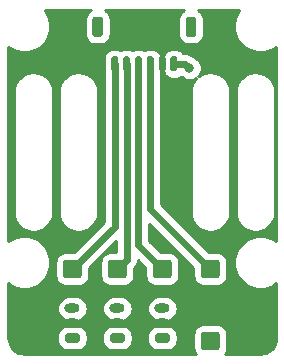
<source format=gbr>
%TF.GenerationSoftware,KiCad,Pcbnew,(5.1.9)-1*%
%TF.CreationDate,2022-05-31T00:47:07+01:00*%
%TF.ProjectId,board,626f6172-642e-46b6-9963-61645f706362,rev?*%
%TF.SameCoordinates,Original*%
%TF.FileFunction,Copper,L1,Top*%
%TF.FilePolarity,Positive*%
%FSLAX46Y46*%
G04 Gerber Fmt 4.6, Leading zero omitted, Abs format (unit mm)*
G04 Created by KiCad (PCBNEW (5.1.9)-1) date 2022-05-31 00:47:07*
%MOMM*%
%LPD*%
G01*
G04 APERTURE LIST*
%TA.AperFunction,ComponentPad*%
%ADD10O,1.300000X0.800000*%
%TD*%
%TA.AperFunction,ViaPad*%
%ADD11C,0.800000*%
%TD*%
%TA.AperFunction,Conductor*%
%ADD12C,0.600000*%
%TD*%
%TA.AperFunction,Conductor*%
%ADD13C,0.254000*%
%TD*%
%TA.AperFunction,Conductor*%
%ADD14C,0.100000*%
%TD*%
G04 APERTURE END LIST*
%TO.P,J13,1*%
%TO.N,Net-(J1-Pad6)*%
%TA.AperFunction,ComponentPad*%
G36*
G01*
X107480000Y-122386000D02*
X107480000Y-123486000D01*
G75*
G02*
X107230000Y-123736000I-250000J0D01*
G01*
X106130000Y-123736000D01*
G75*
G02*
X105880000Y-123486000I0J250000D01*
G01*
X105880000Y-122386000D01*
G75*
G02*
X106130000Y-122136000I250000J0D01*
G01*
X107230000Y-122136000D01*
G75*
G02*
X107480000Y-122386000I0J-250000D01*
G01*
G37*
%TD.AperFunction*%
%TD*%
%TO.P,J10,1*%
%TO.N,+BATT*%
%TA.AperFunction,ComponentPad*%
G36*
G01*
X117814000Y-125184000D02*
X118914000Y-125184000D01*
G75*
G02*
X119164000Y-125434000I0J-250000D01*
G01*
X119164000Y-126534000D01*
G75*
G02*
X118914000Y-126784000I-250000J0D01*
G01*
X117814000Y-126784000D01*
G75*
G02*
X117564000Y-126534000I0J250000D01*
G01*
X117564000Y-125434000D01*
G75*
G02*
X117814000Y-125184000I250000J0D01*
G01*
G37*
%TD.AperFunction*%
%TD*%
%TO.P,J9,1*%
%TO.N,Net-(J1-Pad3)*%
%TA.AperFunction,ComponentPad*%
G36*
G01*
X118914000Y-123736000D02*
X117814000Y-123736000D01*
G75*
G02*
X117564000Y-123486000I0J250000D01*
G01*
X117564000Y-122386000D01*
G75*
G02*
X117814000Y-122136000I250000J0D01*
G01*
X118914000Y-122136000D01*
G75*
G02*
X119164000Y-122386000I0J-250000D01*
G01*
X119164000Y-123486000D01*
G75*
G02*
X118914000Y-123736000I-250000J0D01*
G01*
G37*
%TD.AperFunction*%
%TD*%
%TO.P,J8,1*%
%TO.N,Net-(J1-Pad4)*%
%TA.AperFunction,ComponentPad*%
G36*
G01*
X113500000Y-123486000D02*
X113500000Y-122386000D01*
G75*
G02*
X113750000Y-122136000I250000J0D01*
G01*
X114850000Y-122136000D01*
G75*
G02*
X115100000Y-122386000I0J-250000D01*
G01*
X115100000Y-123486000D01*
G75*
G02*
X114850000Y-123736000I-250000J0D01*
G01*
X113750000Y-123736000D01*
G75*
G02*
X113500000Y-123486000I0J250000D01*
G01*
G37*
%TD.AperFunction*%
%TD*%
%TO.P,J7,1*%
%TO.N,Net-(J1-Pad5)*%
%TA.AperFunction,ComponentPad*%
G36*
G01*
X109690000Y-123486000D02*
X109690000Y-122386000D01*
G75*
G02*
X109940000Y-122136000I250000J0D01*
G01*
X111040000Y-122136000D01*
G75*
G02*
X111290000Y-122386000I0J-250000D01*
G01*
X111290000Y-123486000D01*
G75*
G02*
X111040000Y-123736000I-250000J0D01*
G01*
X109940000Y-123736000D01*
G75*
G02*
X109690000Y-123486000I0J250000D01*
G01*
G37*
%TD.AperFunction*%
%TD*%
%TO.P,J6,1*%
%TO.N,GND*%
%TA.AperFunction,ComponentPad*%
G36*
G01*
X117814000Y-128232000D02*
X118914000Y-128232000D01*
G75*
G02*
X119164000Y-128482000I0J-250000D01*
G01*
X119164000Y-129582000D01*
G75*
G02*
X118914000Y-129832000I-250000J0D01*
G01*
X117814000Y-129832000D01*
G75*
G02*
X117564000Y-129582000I0J250000D01*
G01*
X117564000Y-128482000D01*
G75*
G02*
X117814000Y-128232000I250000J0D01*
G01*
G37*
%TD.AperFunction*%
%TD*%
D10*
%TO.P,J4,3*%
%TO.N,Net-(J1-Pad4)*%
X114300000Y-126278000D03*
%TO.P,J4,2*%
%TO.N,+BATT*%
X114300000Y-127528000D03*
%TO.P,J4,1*%
%TO.N,GND*%
%TA.AperFunction,ComponentPad*%
G36*
G01*
X114750000Y-129178000D02*
X113850000Y-129178000D01*
G75*
G02*
X113650000Y-128978000I0J200000D01*
G01*
X113650000Y-128578000D01*
G75*
G02*
X113850000Y-128378000I200000J0D01*
G01*
X114750000Y-128378000D01*
G75*
G02*
X114950000Y-128578000I0J-200000D01*
G01*
X114950000Y-128978000D01*
G75*
G02*
X114750000Y-129178000I-200000J0D01*
G01*
G37*
%TD.AperFunction*%
%TD*%
%TO.P,J3,3*%
%TO.N,Net-(J1-Pad5)*%
X110490000Y-126278000D03*
%TO.P,J3,2*%
%TO.N,+BATT*%
X110490000Y-127528000D03*
%TO.P,J3,1*%
%TO.N,GND*%
%TA.AperFunction,ComponentPad*%
G36*
G01*
X110940000Y-129178000D02*
X110040000Y-129178000D01*
G75*
G02*
X109840000Y-128978000I0J200000D01*
G01*
X109840000Y-128578000D01*
G75*
G02*
X110040000Y-128378000I200000J0D01*
G01*
X110940000Y-128378000D01*
G75*
G02*
X111140000Y-128578000I0J-200000D01*
G01*
X111140000Y-128978000D01*
G75*
G02*
X110940000Y-129178000I-200000J0D01*
G01*
G37*
%TD.AperFunction*%
%TD*%
%TO.P,J2,3*%
%TO.N,Net-(J1-Pad6)*%
X106680000Y-126278000D03*
%TO.P,J2,2*%
%TO.N,+BATT*%
X106680000Y-127528000D03*
%TO.P,J2,1*%
%TO.N,GND*%
%TA.AperFunction,ComponentPad*%
G36*
G01*
X107130000Y-129178000D02*
X106230000Y-129178000D01*
G75*
G02*
X106030000Y-128978000I0J200000D01*
G01*
X106030000Y-128578000D01*
G75*
G02*
X106230000Y-128378000I200000J0D01*
G01*
X107130000Y-128378000D01*
G75*
G02*
X107330000Y-128578000I0J-200000D01*
G01*
X107330000Y-128978000D01*
G75*
G02*
X107130000Y-129178000I-200000J0D01*
G01*
G37*
%TD.AperFunction*%
%TD*%
%TO.P,J1,MP*%
%TO.N,N/C*%
%TA.AperFunction,SMDPad,CuDef*%
G36*
G01*
X109276000Y-101811000D02*
X109276000Y-103061000D01*
G75*
G02*
X109051000Y-103286000I-225000J0D01*
G01*
X108601000Y-103286000D01*
G75*
G02*
X108376000Y-103061000I0J225000D01*
G01*
X108376000Y-101811000D01*
G75*
G02*
X108601000Y-101586000I225000J0D01*
G01*
X109051000Y-101586000D01*
G75*
G02*
X109276000Y-101811000I0J-225000D01*
G01*
G37*
%TD.AperFunction*%
%TA.AperFunction,SMDPad,CuDef*%
G36*
G01*
X117176000Y-101811000D02*
X117176000Y-103061000D01*
G75*
G02*
X116951000Y-103286000I-225000J0D01*
G01*
X116501000Y-103286000D01*
G75*
G02*
X116276000Y-103061000I0J225000D01*
G01*
X116276000Y-101811000D01*
G75*
G02*
X116501000Y-101586000I225000J0D01*
G01*
X116951000Y-101586000D01*
G75*
G02*
X117176000Y-101811000I0J-225000D01*
G01*
G37*
%TD.AperFunction*%
%TO.P,J1,6*%
%TO.N,Net-(J1-Pad6)*%
%TA.AperFunction,SMDPad,CuDef*%
G36*
G01*
X110576000Y-105086000D02*
X110576000Y-106036000D01*
G75*
G02*
X110426000Y-106186000I-150000J0D01*
G01*
X110126000Y-106186000D01*
G75*
G02*
X109976000Y-106036000I0J150000D01*
G01*
X109976000Y-105086000D01*
G75*
G02*
X110126000Y-104936000I150000J0D01*
G01*
X110426000Y-104936000D01*
G75*
G02*
X110576000Y-105086000I0J-150000D01*
G01*
G37*
%TD.AperFunction*%
%TO.P,J1,5*%
%TO.N,Net-(J1-Pad5)*%
%TA.AperFunction,SMDPad,CuDef*%
G36*
G01*
X111576000Y-105086000D02*
X111576000Y-106036000D01*
G75*
G02*
X111426000Y-106186000I-150000J0D01*
G01*
X111126000Y-106186000D01*
G75*
G02*
X110976000Y-106036000I0J150000D01*
G01*
X110976000Y-105086000D01*
G75*
G02*
X111126000Y-104936000I150000J0D01*
G01*
X111426000Y-104936000D01*
G75*
G02*
X111576000Y-105086000I0J-150000D01*
G01*
G37*
%TD.AperFunction*%
%TO.P,J1,4*%
%TO.N,Net-(J1-Pad4)*%
%TA.AperFunction,SMDPad,CuDef*%
G36*
G01*
X112576000Y-105086000D02*
X112576000Y-106036000D01*
G75*
G02*
X112426000Y-106186000I-150000J0D01*
G01*
X112126000Y-106186000D01*
G75*
G02*
X111976000Y-106036000I0J150000D01*
G01*
X111976000Y-105086000D01*
G75*
G02*
X112126000Y-104936000I150000J0D01*
G01*
X112426000Y-104936000D01*
G75*
G02*
X112576000Y-105086000I0J-150000D01*
G01*
G37*
%TD.AperFunction*%
%TO.P,J1,3*%
%TO.N,Net-(J1-Pad3)*%
%TA.AperFunction,SMDPad,CuDef*%
G36*
G01*
X113576000Y-105086000D02*
X113576000Y-106036000D01*
G75*
G02*
X113426000Y-106186000I-150000J0D01*
G01*
X113126000Y-106186000D01*
G75*
G02*
X112976000Y-106036000I0J150000D01*
G01*
X112976000Y-105086000D01*
G75*
G02*
X113126000Y-104936000I150000J0D01*
G01*
X113426000Y-104936000D01*
G75*
G02*
X113576000Y-105086000I0J-150000D01*
G01*
G37*
%TD.AperFunction*%
%TO.P,J1,2*%
%TO.N,+BATT*%
%TA.AperFunction,SMDPad,CuDef*%
G36*
G01*
X114576000Y-105086000D02*
X114576000Y-106036000D01*
G75*
G02*
X114426000Y-106186000I-150000J0D01*
G01*
X114126000Y-106186000D01*
G75*
G02*
X113976000Y-106036000I0J150000D01*
G01*
X113976000Y-105086000D01*
G75*
G02*
X114126000Y-104936000I150000J0D01*
G01*
X114426000Y-104936000D01*
G75*
G02*
X114576000Y-105086000I0J-150000D01*
G01*
G37*
%TD.AperFunction*%
%TO.P,J1,1*%
%TO.N,GND*%
%TA.AperFunction,SMDPad,CuDef*%
G36*
G01*
X115576000Y-105086000D02*
X115576000Y-106036000D01*
G75*
G02*
X115426000Y-106186000I-150000J0D01*
G01*
X115126000Y-106186000D01*
G75*
G02*
X114976000Y-106036000I0J150000D01*
G01*
X114976000Y-105086000D01*
G75*
G02*
X115126000Y-104936000I150000J0D01*
G01*
X115426000Y-104936000D01*
G75*
G02*
X115576000Y-105086000I0J-150000D01*
G01*
G37*
%TD.AperFunction*%
%TD*%
D11*
%TO.N,GND*%
X116586000Y-105918000D03*
%TD*%
D12*
%TO.N,Net-(J1-Pad3)*%
X113276000Y-117848000D02*
X118364000Y-122936000D01*
X113276000Y-105561000D02*
X113276000Y-117848000D01*
%TO.N,GND*%
X116229000Y-105561000D02*
X116586000Y-105918000D01*
X115276000Y-105561000D02*
X116229000Y-105561000D01*
%TO.N,Net-(J1-Pad6)*%
X110276000Y-119340000D02*
X106680000Y-122936000D01*
X110276000Y-105561000D02*
X110276000Y-119340000D01*
%TO.N,Net-(J1-Pad5)*%
X111276000Y-122150000D02*
X110490000Y-122936000D01*
X111276000Y-105561000D02*
X111276000Y-122150000D01*
%TO.N,Net-(J1-Pad4)*%
X112276000Y-120912000D02*
X114300000Y-122936000D01*
X112276000Y-105561000D02*
X112276000Y-120912000D01*
%TD*%
D13*
%TO.N,+BATT*%
X108121503Y-101093382D02*
X107990716Y-101200716D01*
X107883382Y-101331503D01*
X107803625Y-101480717D01*
X107754512Y-101642623D01*
X107737928Y-101811000D01*
X107737928Y-103061000D01*
X107754512Y-103229377D01*
X107803625Y-103391283D01*
X107883382Y-103540497D01*
X107990716Y-103671284D01*
X108121503Y-103778618D01*
X108270717Y-103858375D01*
X108432623Y-103907488D01*
X108601000Y-103924072D01*
X109051000Y-103924072D01*
X109219377Y-103907488D01*
X109381283Y-103858375D01*
X109530497Y-103778618D01*
X109661284Y-103671284D01*
X109768618Y-103540497D01*
X109848375Y-103391283D01*
X109897488Y-103229377D01*
X109914072Y-103061000D01*
X109914072Y-101811000D01*
X109897488Y-101642623D01*
X109848375Y-101480717D01*
X109768618Y-101331503D01*
X109661284Y-101200716D01*
X109530497Y-101093382D01*
X109423143Y-101036000D01*
X116128857Y-101036000D01*
X116021503Y-101093382D01*
X115890716Y-101200716D01*
X115783382Y-101331503D01*
X115703625Y-101480717D01*
X115654512Y-101642623D01*
X115637928Y-101811000D01*
X115637928Y-103061000D01*
X115654512Y-103229377D01*
X115703625Y-103391283D01*
X115783382Y-103540497D01*
X115890716Y-103671284D01*
X116021503Y-103778618D01*
X116170717Y-103858375D01*
X116332623Y-103907488D01*
X116501000Y-103924072D01*
X116951000Y-103924072D01*
X117119377Y-103907488D01*
X117281283Y-103858375D01*
X117430497Y-103778618D01*
X117561284Y-103671284D01*
X117668618Y-103540497D01*
X117748375Y-103391283D01*
X117797488Y-103229377D01*
X117814072Y-103061000D01*
X117814072Y-101811000D01*
X117797488Y-101642623D01*
X117748375Y-101480717D01*
X117668618Y-101331503D01*
X117561284Y-101200716D01*
X117430497Y-101093382D01*
X117323143Y-101036000D01*
X120812969Y-101036000D01*
X120622458Y-101321120D01*
X120454582Y-101726408D01*
X120369000Y-102156660D01*
X120369000Y-102595340D01*
X120454582Y-103025592D01*
X120622458Y-103430880D01*
X120866176Y-103795630D01*
X121176370Y-104105824D01*
X121541120Y-104349542D01*
X121946408Y-104517418D01*
X122376660Y-104603000D01*
X122815340Y-104603000D01*
X123245592Y-104517418D01*
X123650880Y-104349542D01*
X123936271Y-104158850D01*
X123938761Y-120594814D01*
X123650880Y-120402458D01*
X123245592Y-120234582D01*
X122815340Y-120149000D01*
X122376660Y-120149000D01*
X121946408Y-120234582D01*
X121541120Y-120402458D01*
X121176370Y-120646176D01*
X120866176Y-120956370D01*
X120622458Y-121321120D01*
X120454582Y-121726408D01*
X120369000Y-122156660D01*
X120369000Y-122595340D01*
X120454582Y-123025592D01*
X120622458Y-123430880D01*
X120866176Y-123795630D01*
X121176370Y-124105824D01*
X121541120Y-124349542D01*
X121946408Y-124517418D01*
X122376660Y-124603000D01*
X122815340Y-124603000D01*
X123245592Y-124517418D01*
X123650880Y-124349542D01*
X123939300Y-124156826D01*
X123939995Y-128745770D01*
X123911375Y-129037660D01*
X123835965Y-129287429D01*
X123713477Y-129517794D01*
X123548579Y-129719979D01*
X123347546Y-129886288D01*
X123118046Y-130010378D01*
X122868805Y-130087531D01*
X122578911Y-130118000D01*
X119617433Y-130118000D01*
X119652405Y-130075386D01*
X119734472Y-129921850D01*
X119785008Y-129755254D01*
X119802072Y-129582000D01*
X119802072Y-128482000D01*
X119785008Y-128308746D01*
X119734472Y-128142150D01*
X119652405Y-127988614D01*
X119541962Y-127854038D01*
X119407386Y-127743595D01*
X119253850Y-127661528D01*
X119087254Y-127610992D01*
X118914000Y-127593928D01*
X117814000Y-127593928D01*
X117640746Y-127610992D01*
X117474150Y-127661528D01*
X117320614Y-127743595D01*
X117186038Y-127854038D01*
X117075595Y-127988614D01*
X116993528Y-128142150D01*
X116942992Y-128308746D01*
X116925928Y-128482000D01*
X116925928Y-129582000D01*
X116942992Y-129755254D01*
X116993528Y-129921850D01*
X117075595Y-130075386D01*
X117110567Y-130118000D01*
X102628279Y-130118000D01*
X102336340Y-130089375D01*
X102086571Y-130013965D01*
X101856206Y-129891477D01*
X101654021Y-129726579D01*
X101487712Y-129525546D01*
X101363622Y-129296046D01*
X101286469Y-129046805D01*
X101256000Y-128756911D01*
X101256000Y-128578000D01*
X105391928Y-128578000D01*
X105391928Y-128978000D01*
X105408031Y-129141500D01*
X105455722Y-129298716D01*
X105533169Y-129443608D01*
X105637394Y-129570606D01*
X105764392Y-129674831D01*
X105909284Y-129752278D01*
X106066500Y-129799969D01*
X106230000Y-129816072D01*
X107130000Y-129816072D01*
X107293500Y-129799969D01*
X107450716Y-129752278D01*
X107595608Y-129674831D01*
X107722606Y-129570606D01*
X107826831Y-129443608D01*
X107904278Y-129298716D01*
X107951969Y-129141500D01*
X107968072Y-128978000D01*
X107968072Y-128578000D01*
X109201928Y-128578000D01*
X109201928Y-128978000D01*
X109218031Y-129141500D01*
X109265722Y-129298716D01*
X109343169Y-129443608D01*
X109447394Y-129570606D01*
X109574392Y-129674831D01*
X109719284Y-129752278D01*
X109876500Y-129799969D01*
X110040000Y-129816072D01*
X110940000Y-129816072D01*
X111103500Y-129799969D01*
X111260716Y-129752278D01*
X111405608Y-129674831D01*
X111532606Y-129570606D01*
X111636831Y-129443608D01*
X111714278Y-129298716D01*
X111761969Y-129141500D01*
X111778072Y-128978000D01*
X111778072Y-128578000D01*
X113011928Y-128578000D01*
X113011928Y-128978000D01*
X113028031Y-129141500D01*
X113075722Y-129298716D01*
X113153169Y-129443608D01*
X113257394Y-129570606D01*
X113384392Y-129674831D01*
X113529284Y-129752278D01*
X113686500Y-129799969D01*
X113850000Y-129816072D01*
X114750000Y-129816072D01*
X114913500Y-129799969D01*
X115070716Y-129752278D01*
X115215608Y-129674831D01*
X115342606Y-129570606D01*
X115446831Y-129443608D01*
X115524278Y-129298716D01*
X115571969Y-129141500D01*
X115588072Y-128978000D01*
X115588072Y-128578000D01*
X115571969Y-128414500D01*
X115524278Y-128257284D01*
X115446831Y-128112392D01*
X115342606Y-127985394D01*
X115215608Y-127881169D01*
X115070716Y-127803722D01*
X114913500Y-127756031D01*
X114750000Y-127739928D01*
X113850000Y-127739928D01*
X113686500Y-127756031D01*
X113529284Y-127803722D01*
X113384392Y-127881169D01*
X113257394Y-127985394D01*
X113153169Y-128112392D01*
X113075722Y-128257284D01*
X113028031Y-128414500D01*
X113011928Y-128578000D01*
X111778072Y-128578000D01*
X111761969Y-128414500D01*
X111714278Y-128257284D01*
X111636831Y-128112392D01*
X111532606Y-127985394D01*
X111405608Y-127881169D01*
X111260716Y-127803722D01*
X111103500Y-127756031D01*
X110940000Y-127739928D01*
X110040000Y-127739928D01*
X109876500Y-127756031D01*
X109719284Y-127803722D01*
X109574392Y-127881169D01*
X109447394Y-127985394D01*
X109343169Y-128112392D01*
X109265722Y-128257284D01*
X109218031Y-128414500D01*
X109201928Y-128578000D01*
X107968072Y-128578000D01*
X107951969Y-128414500D01*
X107904278Y-128257284D01*
X107826831Y-128112392D01*
X107722606Y-127985394D01*
X107595608Y-127881169D01*
X107450716Y-127803722D01*
X107293500Y-127756031D01*
X107130000Y-127739928D01*
X106230000Y-127739928D01*
X106066500Y-127756031D01*
X105909284Y-127803722D01*
X105764392Y-127881169D01*
X105637394Y-127985394D01*
X105533169Y-128112392D01*
X105455722Y-128257284D01*
X105408031Y-128414500D01*
X105391928Y-128578000D01*
X101256000Y-128578000D01*
X101256000Y-126278000D01*
X105389993Y-126278000D01*
X105409976Y-126480895D01*
X105469159Y-126675993D01*
X105565266Y-126855797D01*
X105694604Y-127013396D01*
X105852203Y-127142734D01*
X106032007Y-127238841D01*
X106227105Y-127298024D01*
X106379162Y-127313000D01*
X106980838Y-127313000D01*
X107132895Y-127298024D01*
X107327993Y-127238841D01*
X107507797Y-127142734D01*
X107665396Y-127013396D01*
X107794734Y-126855797D01*
X107890841Y-126675993D01*
X107950024Y-126480895D01*
X107970007Y-126278000D01*
X109199993Y-126278000D01*
X109219976Y-126480895D01*
X109279159Y-126675993D01*
X109375266Y-126855797D01*
X109504604Y-127013396D01*
X109662203Y-127142734D01*
X109842007Y-127238841D01*
X110037105Y-127298024D01*
X110189162Y-127313000D01*
X110790838Y-127313000D01*
X110942895Y-127298024D01*
X111137993Y-127238841D01*
X111317797Y-127142734D01*
X111475396Y-127013396D01*
X111604734Y-126855797D01*
X111700841Y-126675993D01*
X111760024Y-126480895D01*
X111780007Y-126278000D01*
X113009993Y-126278000D01*
X113029976Y-126480895D01*
X113089159Y-126675993D01*
X113185266Y-126855797D01*
X113314604Y-127013396D01*
X113472203Y-127142734D01*
X113652007Y-127238841D01*
X113847105Y-127298024D01*
X113999162Y-127313000D01*
X114600838Y-127313000D01*
X114752895Y-127298024D01*
X114947993Y-127238841D01*
X115127797Y-127142734D01*
X115285396Y-127013396D01*
X115414734Y-126855797D01*
X115510841Y-126675993D01*
X115570024Y-126480895D01*
X115590007Y-126278000D01*
X115570024Y-126075105D01*
X115510841Y-125880007D01*
X115414734Y-125700203D01*
X115285396Y-125542604D01*
X115127797Y-125413266D01*
X114947993Y-125317159D01*
X114752895Y-125257976D01*
X114600838Y-125243000D01*
X113999162Y-125243000D01*
X113847105Y-125257976D01*
X113652007Y-125317159D01*
X113472203Y-125413266D01*
X113314604Y-125542604D01*
X113185266Y-125700203D01*
X113089159Y-125880007D01*
X113029976Y-126075105D01*
X113009993Y-126278000D01*
X111780007Y-126278000D01*
X111760024Y-126075105D01*
X111700841Y-125880007D01*
X111604734Y-125700203D01*
X111475396Y-125542604D01*
X111317797Y-125413266D01*
X111137993Y-125317159D01*
X110942895Y-125257976D01*
X110790838Y-125243000D01*
X110189162Y-125243000D01*
X110037105Y-125257976D01*
X109842007Y-125317159D01*
X109662203Y-125413266D01*
X109504604Y-125542604D01*
X109375266Y-125700203D01*
X109279159Y-125880007D01*
X109219976Y-126075105D01*
X109199993Y-126278000D01*
X107970007Y-126278000D01*
X107950024Y-126075105D01*
X107890841Y-125880007D01*
X107794734Y-125700203D01*
X107665396Y-125542604D01*
X107507797Y-125413266D01*
X107327993Y-125317159D01*
X107132895Y-125257976D01*
X106980838Y-125243000D01*
X106379162Y-125243000D01*
X106227105Y-125257976D01*
X106032007Y-125317159D01*
X105852203Y-125413266D01*
X105694604Y-125542604D01*
X105565266Y-125700203D01*
X105469159Y-125880007D01*
X105409976Y-126075105D01*
X105389993Y-126278000D01*
X101256000Y-126278000D01*
X101256000Y-124159031D01*
X101541120Y-124349542D01*
X101946408Y-124517418D01*
X102376660Y-124603000D01*
X102815340Y-124603000D01*
X103245592Y-124517418D01*
X103650880Y-124349542D01*
X104015630Y-124105824D01*
X104325824Y-123795630D01*
X104569542Y-123430880D01*
X104737418Y-123025592D01*
X104823000Y-122595340D01*
X104823000Y-122386000D01*
X105241928Y-122386000D01*
X105241928Y-123486000D01*
X105258992Y-123659254D01*
X105309528Y-123825850D01*
X105391595Y-123979386D01*
X105502038Y-124113962D01*
X105636614Y-124224405D01*
X105790150Y-124306472D01*
X105956746Y-124357008D01*
X106130000Y-124374072D01*
X107230000Y-124374072D01*
X107403254Y-124357008D01*
X107569850Y-124306472D01*
X107723386Y-124224405D01*
X107857962Y-124113962D01*
X107968405Y-123979386D01*
X108050472Y-123825850D01*
X108101008Y-123659254D01*
X108118072Y-123486000D01*
X108118072Y-122820217D01*
X110341001Y-120597288D01*
X110341001Y-121497928D01*
X109940000Y-121497928D01*
X109766746Y-121514992D01*
X109600150Y-121565528D01*
X109446614Y-121647595D01*
X109312038Y-121758038D01*
X109201595Y-121892614D01*
X109119528Y-122046150D01*
X109068992Y-122212746D01*
X109051928Y-122386000D01*
X109051928Y-123486000D01*
X109068992Y-123659254D01*
X109119528Y-123825850D01*
X109201595Y-123979386D01*
X109312038Y-124113962D01*
X109446614Y-124224405D01*
X109600150Y-124306472D01*
X109766746Y-124357008D01*
X109940000Y-124374072D01*
X111040000Y-124374072D01*
X111213254Y-124357008D01*
X111379850Y-124306472D01*
X111533386Y-124224405D01*
X111667962Y-124113962D01*
X111778405Y-123979386D01*
X111860472Y-123825850D01*
X111911008Y-123659254D01*
X111928072Y-123486000D01*
X111928072Y-122824415D01*
X111940344Y-122814344D01*
X112057186Y-122671972D01*
X112144007Y-122509540D01*
X112197471Y-122333292D01*
X112211000Y-122195932D01*
X112213389Y-122171678D01*
X112861928Y-122820218D01*
X112861928Y-123486000D01*
X112878992Y-123659254D01*
X112929528Y-123825850D01*
X113011595Y-123979386D01*
X113122038Y-124113962D01*
X113256614Y-124224405D01*
X113410150Y-124306472D01*
X113576746Y-124357008D01*
X113750000Y-124374072D01*
X114850000Y-124374072D01*
X115023254Y-124357008D01*
X115189850Y-124306472D01*
X115343386Y-124224405D01*
X115477962Y-124113962D01*
X115588405Y-123979386D01*
X115670472Y-123825850D01*
X115721008Y-123659254D01*
X115738072Y-123486000D01*
X115738072Y-122386000D01*
X115721008Y-122212746D01*
X115670472Y-122046150D01*
X115588405Y-121892614D01*
X115477962Y-121758038D01*
X115343386Y-121647595D01*
X115189850Y-121565528D01*
X115023254Y-121514992D01*
X114850000Y-121497928D01*
X114184218Y-121497928D01*
X113211000Y-120524711D01*
X113211000Y-119105289D01*
X116925928Y-122820217D01*
X116925928Y-123486000D01*
X116942992Y-123659254D01*
X116993528Y-123825850D01*
X117075595Y-123979386D01*
X117186038Y-124113962D01*
X117320614Y-124224405D01*
X117474150Y-124306472D01*
X117640746Y-124357008D01*
X117814000Y-124374072D01*
X118914000Y-124374072D01*
X119087254Y-124357008D01*
X119253850Y-124306472D01*
X119407386Y-124224405D01*
X119541962Y-124113962D01*
X119652405Y-123979386D01*
X119734472Y-123825850D01*
X119785008Y-123659254D01*
X119802072Y-123486000D01*
X119802072Y-122386000D01*
X119785008Y-122212746D01*
X119734472Y-122046150D01*
X119652405Y-121892614D01*
X119541962Y-121758038D01*
X119407386Y-121647595D01*
X119253850Y-121565528D01*
X119087254Y-121514992D01*
X118914000Y-121497928D01*
X118248217Y-121497928D01*
X114211000Y-117460711D01*
X114211000Y-106067190D01*
X114214072Y-106036000D01*
X114214072Y-105561000D01*
X114336476Y-105561000D01*
X114337928Y-105575742D01*
X114337928Y-106036000D01*
X114353071Y-106189745D01*
X114397916Y-106337582D01*
X114470742Y-106473829D01*
X114568749Y-106593251D01*
X114688171Y-106691258D01*
X114824418Y-106764084D01*
X114972255Y-106808929D01*
X115126000Y-106824072D01*
X115426000Y-106824072D01*
X115579745Y-106808929D01*
X115727582Y-106764084D01*
X115863829Y-106691258D01*
X115881250Y-106676961D01*
X115926226Y-106721937D01*
X116095744Y-106835205D01*
X116284102Y-106913226D01*
X116484061Y-106953000D01*
X116687939Y-106953000D01*
X116887898Y-106913226D01*
X117076256Y-106835205D01*
X117186908Y-106761270D01*
X117180237Y-106767988D01*
X117137487Y-106809851D01*
X117131613Y-106816952D01*
X117006289Y-106970614D01*
X116973174Y-107020456D01*
X116939390Y-107069796D01*
X116935007Y-107077902D01*
X116841916Y-107252980D01*
X116819125Y-107308275D01*
X116795554Y-107363270D01*
X116792829Y-107372073D01*
X116735518Y-107561900D01*
X116723900Y-107620580D01*
X116711463Y-107679087D01*
X116710500Y-107688252D01*
X116691150Y-107885594D01*
X116691150Y-107885599D01*
X116688000Y-107917582D01*
X116688001Y-118142419D01*
X116691249Y-118175397D01*
X116691249Y-118188591D01*
X116692212Y-118197756D01*
X116714315Y-118394808D01*
X116726747Y-118453295D01*
X116738370Y-118511997D01*
X116741096Y-118520800D01*
X116801052Y-118709808D01*
X116824612Y-118764778D01*
X116847414Y-118820099D01*
X116851797Y-118828205D01*
X116947324Y-119001966D01*
X116981130Y-119051338D01*
X117014221Y-119101144D01*
X117020095Y-119108245D01*
X117147552Y-119260142D01*
X117190263Y-119301968D01*
X117232441Y-119344442D01*
X117239583Y-119350266D01*
X117394116Y-119474515D01*
X117444170Y-119507269D01*
X117493765Y-119540722D01*
X117501901Y-119545048D01*
X117677625Y-119636914D01*
X117733078Y-119659318D01*
X117788233Y-119682503D01*
X117797055Y-119685166D01*
X117987276Y-119741151D01*
X118046010Y-119752355D01*
X118104633Y-119764389D01*
X118113805Y-119765288D01*
X118311277Y-119783259D01*
X118371094Y-119782841D01*
X118430911Y-119783259D01*
X118440083Y-119782359D01*
X118637284Y-119761632D01*
X118695834Y-119749613D01*
X118754639Y-119738396D01*
X118763461Y-119735732D01*
X118952882Y-119677097D01*
X119008009Y-119653924D01*
X119063492Y-119631507D01*
X119071629Y-119627181D01*
X119246052Y-119532870D01*
X119295636Y-119499425D01*
X119345699Y-119466665D01*
X119352840Y-119460841D01*
X119505624Y-119334446D01*
X119547744Y-119292031D01*
X119590513Y-119250149D01*
X119596387Y-119243048D01*
X119721711Y-119089386D01*
X119754803Y-119039577D01*
X119788610Y-118990205D01*
X119792993Y-118982098D01*
X119886084Y-118807020D01*
X119908875Y-118751725D01*
X119932446Y-118696730D01*
X119935171Y-118687926D01*
X119992482Y-118498100D01*
X120004098Y-118439434D01*
X120016537Y-118380913D01*
X120017500Y-118371748D01*
X120036850Y-118174407D01*
X120036850Y-118174402D01*
X120040000Y-118142419D01*
X120040000Y-107917582D01*
X120498000Y-107917582D01*
X120498001Y-118142419D01*
X120501249Y-118175397D01*
X120501249Y-118188591D01*
X120502212Y-118197756D01*
X120524315Y-118394808D01*
X120536747Y-118453295D01*
X120548370Y-118511997D01*
X120551096Y-118520800D01*
X120611052Y-118709808D01*
X120634612Y-118764778D01*
X120657414Y-118820099D01*
X120661797Y-118828205D01*
X120757324Y-119001966D01*
X120791130Y-119051338D01*
X120824221Y-119101144D01*
X120830095Y-119108245D01*
X120957552Y-119260142D01*
X121000263Y-119301968D01*
X121042441Y-119344442D01*
X121049583Y-119350266D01*
X121204116Y-119474515D01*
X121254170Y-119507269D01*
X121303765Y-119540722D01*
X121311901Y-119545048D01*
X121487625Y-119636914D01*
X121543078Y-119659318D01*
X121598233Y-119682503D01*
X121607055Y-119685166D01*
X121797276Y-119741151D01*
X121856010Y-119752355D01*
X121914633Y-119764389D01*
X121923805Y-119765288D01*
X122121277Y-119783259D01*
X122181094Y-119782841D01*
X122240911Y-119783259D01*
X122250083Y-119782359D01*
X122447284Y-119761632D01*
X122505834Y-119749613D01*
X122564639Y-119738396D01*
X122573461Y-119735732D01*
X122762882Y-119677097D01*
X122818009Y-119653924D01*
X122873492Y-119631507D01*
X122881629Y-119627181D01*
X123056052Y-119532870D01*
X123105636Y-119499425D01*
X123155699Y-119466665D01*
X123162840Y-119460841D01*
X123315624Y-119334446D01*
X123357744Y-119292031D01*
X123400513Y-119250149D01*
X123406387Y-119243048D01*
X123531711Y-119089386D01*
X123564803Y-119039577D01*
X123598610Y-118990205D01*
X123602993Y-118982098D01*
X123696084Y-118807020D01*
X123718875Y-118751725D01*
X123742446Y-118696730D01*
X123745171Y-118687926D01*
X123802482Y-118498100D01*
X123814098Y-118439434D01*
X123826537Y-118380913D01*
X123827500Y-118371748D01*
X123846850Y-118174407D01*
X123846850Y-118174402D01*
X123850000Y-118142419D01*
X123850000Y-107917581D01*
X123846751Y-107884593D01*
X123846751Y-107871409D01*
X123845788Y-107862244D01*
X123823685Y-107665192D01*
X123811251Y-107606699D01*
X123799630Y-107548003D01*
X123796904Y-107539200D01*
X123736948Y-107350193D01*
X123713400Y-107295249D01*
X123690586Y-107239900D01*
X123686203Y-107231794D01*
X123590676Y-107058034D01*
X123556892Y-107008695D01*
X123523779Y-106958855D01*
X123517905Y-106951755D01*
X123390448Y-106799857D01*
X123347718Y-106758013D01*
X123305559Y-106715558D01*
X123298417Y-106709734D01*
X123143883Y-106585485D01*
X123093847Y-106552742D01*
X123044235Y-106519278D01*
X123036098Y-106514952D01*
X122860375Y-106423086D01*
X122804936Y-106400688D01*
X122749768Y-106377497D01*
X122740946Y-106374834D01*
X122550724Y-106318849D01*
X122492016Y-106307650D01*
X122433367Y-106295611D01*
X122424195Y-106294712D01*
X122226723Y-106276741D01*
X122166906Y-106277159D01*
X122107088Y-106276741D01*
X122097917Y-106277641D01*
X121900715Y-106298368D01*
X121842151Y-106310390D01*
X121783362Y-106321604D01*
X121774540Y-106324268D01*
X121585118Y-106382903D01*
X121530005Y-106406071D01*
X121474507Y-106428493D01*
X121466371Y-106432820D01*
X121291947Y-106527130D01*
X121242331Y-106560597D01*
X121192301Y-106593335D01*
X121185160Y-106599159D01*
X121032376Y-106725553D01*
X120990237Y-106767988D01*
X120947487Y-106809851D01*
X120941613Y-106816952D01*
X120816289Y-106970614D01*
X120783174Y-107020456D01*
X120749390Y-107069796D01*
X120745007Y-107077902D01*
X120651916Y-107252980D01*
X120629125Y-107308275D01*
X120605554Y-107363270D01*
X120602829Y-107372073D01*
X120545518Y-107561900D01*
X120533900Y-107620580D01*
X120521463Y-107679087D01*
X120520500Y-107688252D01*
X120501150Y-107885594D01*
X120501150Y-107885599D01*
X120498000Y-107917582D01*
X120040000Y-107917582D01*
X120040000Y-107917581D01*
X120036751Y-107884593D01*
X120036751Y-107871409D01*
X120035788Y-107862244D01*
X120013685Y-107665192D01*
X120001251Y-107606699D01*
X119989630Y-107548003D01*
X119986904Y-107539200D01*
X119926948Y-107350193D01*
X119903400Y-107295249D01*
X119880586Y-107239900D01*
X119876203Y-107231794D01*
X119780676Y-107058034D01*
X119746892Y-107008695D01*
X119713779Y-106958855D01*
X119707905Y-106951755D01*
X119580448Y-106799857D01*
X119537718Y-106758013D01*
X119495559Y-106715558D01*
X119488417Y-106709734D01*
X119333883Y-106585485D01*
X119283847Y-106552742D01*
X119234235Y-106519278D01*
X119226098Y-106514952D01*
X119050375Y-106423086D01*
X118994936Y-106400688D01*
X118939768Y-106377497D01*
X118930946Y-106374834D01*
X118740724Y-106318849D01*
X118682016Y-106307650D01*
X118623367Y-106295611D01*
X118614195Y-106294712D01*
X118416723Y-106276741D01*
X118356906Y-106277159D01*
X118297088Y-106276741D01*
X118287917Y-106277641D01*
X118090715Y-106298368D01*
X118032151Y-106310390D01*
X117973362Y-106321604D01*
X117964540Y-106324268D01*
X117775118Y-106382903D01*
X117720005Y-106406071D01*
X117664507Y-106428493D01*
X117656371Y-106432820D01*
X117481947Y-106527130D01*
X117432331Y-106560597D01*
X117382301Y-106593335D01*
X117375160Y-106599159D01*
X117336903Y-106630808D01*
X117389937Y-106577774D01*
X117503205Y-106408256D01*
X117581226Y-106219898D01*
X117621000Y-106019939D01*
X117621000Y-105816061D01*
X117581226Y-105616102D01*
X117503205Y-105427744D01*
X117389937Y-105258226D01*
X117245774Y-105114063D01*
X117076256Y-105000795D01*
X116930858Y-104940569D01*
X116922630Y-104932341D01*
X116893344Y-104896656D01*
X116750972Y-104779814D01*
X116588540Y-104692993D01*
X116412292Y-104639529D01*
X116274932Y-104626000D01*
X116229000Y-104621476D01*
X116183068Y-104626000D01*
X116063063Y-104626000D01*
X115983251Y-104528749D01*
X115863829Y-104430742D01*
X115727582Y-104357916D01*
X115579745Y-104313071D01*
X115426000Y-104297928D01*
X115126000Y-104297928D01*
X114972255Y-104313071D01*
X114824418Y-104357916D01*
X114688171Y-104430742D01*
X114568749Y-104528749D01*
X114470742Y-104648171D01*
X114397916Y-104784418D01*
X114353071Y-104932255D01*
X114337928Y-105086000D01*
X114337928Y-105546258D01*
X114336476Y-105561000D01*
X114214072Y-105561000D01*
X114214072Y-105086000D01*
X114198929Y-104932255D01*
X114154084Y-104784418D01*
X114081258Y-104648171D01*
X113983251Y-104528749D01*
X113863829Y-104430742D01*
X113727582Y-104357916D01*
X113579745Y-104313071D01*
X113426000Y-104297928D01*
X113126000Y-104297928D01*
X112972255Y-104313071D01*
X112824418Y-104357916D01*
X112776000Y-104383796D01*
X112727582Y-104357916D01*
X112579745Y-104313071D01*
X112426000Y-104297928D01*
X112126000Y-104297928D01*
X111972255Y-104313071D01*
X111824418Y-104357916D01*
X111776000Y-104383796D01*
X111727582Y-104357916D01*
X111579745Y-104313071D01*
X111426000Y-104297928D01*
X111126000Y-104297928D01*
X110972255Y-104313071D01*
X110824418Y-104357916D01*
X110776000Y-104383796D01*
X110727582Y-104357916D01*
X110579745Y-104313071D01*
X110426000Y-104297928D01*
X110126000Y-104297928D01*
X109972255Y-104313071D01*
X109824418Y-104357916D01*
X109688171Y-104430742D01*
X109568749Y-104528749D01*
X109470742Y-104648171D01*
X109397916Y-104784418D01*
X109353071Y-104932255D01*
X109337928Y-105086000D01*
X109337928Y-106036000D01*
X109341000Y-106067190D01*
X109341001Y-118952710D01*
X106795783Y-121497928D01*
X106130000Y-121497928D01*
X105956746Y-121514992D01*
X105790150Y-121565528D01*
X105636614Y-121647595D01*
X105502038Y-121758038D01*
X105391595Y-121892614D01*
X105309528Y-122046150D01*
X105258992Y-122212746D01*
X105241928Y-122386000D01*
X104823000Y-122386000D01*
X104823000Y-122156660D01*
X104737418Y-121726408D01*
X104569542Y-121321120D01*
X104325824Y-120956370D01*
X104015630Y-120646176D01*
X103650880Y-120402458D01*
X103245592Y-120234582D01*
X102815340Y-120149000D01*
X102376660Y-120149000D01*
X101946408Y-120234582D01*
X101541120Y-120402458D01*
X101256000Y-120592969D01*
X101256000Y-107917582D01*
X101702000Y-107917582D01*
X101702001Y-118142419D01*
X101705249Y-118175397D01*
X101705249Y-118188591D01*
X101706212Y-118197756D01*
X101728315Y-118394808D01*
X101740747Y-118453295D01*
X101752370Y-118511997D01*
X101755096Y-118520800D01*
X101815052Y-118709808D01*
X101838612Y-118764778D01*
X101861414Y-118820099D01*
X101865797Y-118828205D01*
X101961324Y-119001966D01*
X101995130Y-119051338D01*
X102028221Y-119101144D01*
X102034095Y-119108245D01*
X102161552Y-119260142D01*
X102204263Y-119301968D01*
X102246441Y-119344442D01*
X102253583Y-119350266D01*
X102408116Y-119474515D01*
X102458170Y-119507269D01*
X102507765Y-119540722D01*
X102515901Y-119545048D01*
X102691625Y-119636914D01*
X102747078Y-119659318D01*
X102802233Y-119682503D01*
X102811055Y-119685166D01*
X103001276Y-119741151D01*
X103060010Y-119752355D01*
X103118633Y-119764389D01*
X103127805Y-119765288D01*
X103325277Y-119783259D01*
X103385094Y-119782841D01*
X103444911Y-119783259D01*
X103454083Y-119782359D01*
X103651284Y-119761632D01*
X103709834Y-119749613D01*
X103768639Y-119738396D01*
X103777461Y-119735732D01*
X103966882Y-119677097D01*
X104022009Y-119653924D01*
X104077492Y-119631507D01*
X104085629Y-119627181D01*
X104260052Y-119532870D01*
X104309636Y-119499425D01*
X104359699Y-119466665D01*
X104366840Y-119460841D01*
X104519624Y-119334446D01*
X104561744Y-119292031D01*
X104604513Y-119250149D01*
X104610387Y-119243048D01*
X104735711Y-119089386D01*
X104768803Y-119039577D01*
X104802610Y-118990205D01*
X104806993Y-118982098D01*
X104900084Y-118807020D01*
X104922875Y-118751725D01*
X104946446Y-118696730D01*
X104949171Y-118687926D01*
X105006482Y-118498100D01*
X105018098Y-118439434D01*
X105030537Y-118380913D01*
X105031500Y-118371748D01*
X105050850Y-118174407D01*
X105050850Y-118174402D01*
X105054000Y-118142419D01*
X105054000Y-107917582D01*
X105512000Y-107917582D01*
X105512001Y-118142419D01*
X105515249Y-118175397D01*
X105515249Y-118188591D01*
X105516212Y-118197756D01*
X105538315Y-118394808D01*
X105550747Y-118453295D01*
X105562370Y-118511997D01*
X105565096Y-118520800D01*
X105625052Y-118709808D01*
X105648612Y-118764778D01*
X105671414Y-118820099D01*
X105675797Y-118828205D01*
X105771324Y-119001966D01*
X105805130Y-119051338D01*
X105838221Y-119101144D01*
X105844095Y-119108245D01*
X105971552Y-119260142D01*
X106014263Y-119301968D01*
X106056441Y-119344442D01*
X106063583Y-119350266D01*
X106218116Y-119474515D01*
X106268170Y-119507269D01*
X106317765Y-119540722D01*
X106325901Y-119545048D01*
X106501625Y-119636914D01*
X106557078Y-119659318D01*
X106612233Y-119682503D01*
X106621055Y-119685166D01*
X106811276Y-119741151D01*
X106870010Y-119752355D01*
X106928633Y-119764389D01*
X106937805Y-119765288D01*
X107135277Y-119783259D01*
X107195094Y-119782841D01*
X107254911Y-119783259D01*
X107264083Y-119782359D01*
X107461284Y-119761632D01*
X107519834Y-119749613D01*
X107578639Y-119738396D01*
X107587461Y-119735732D01*
X107776882Y-119677097D01*
X107832009Y-119653924D01*
X107887492Y-119631507D01*
X107895629Y-119627181D01*
X108070052Y-119532870D01*
X108119636Y-119499425D01*
X108169699Y-119466665D01*
X108176840Y-119460841D01*
X108329624Y-119334446D01*
X108371744Y-119292031D01*
X108414513Y-119250149D01*
X108420387Y-119243048D01*
X108545711Y-119089386D01*
X108578803Y-119039577D01*
X108612610Y-118990205D01*
X108616993Y-118982098D01*
X108710084Y-118807020D01*
X108732875Y-118751725D01*
X108756446Y-118696730D01*
X108759171Y-118687926D01*
X108816482Y-118498100D01*
X108828098Y-118439434D01*
X108840537Y-118380913D01*
X108841500Y-118371748D01*
X108860850Y-118174407D01*
X108860850Y-118174402D01*
X108864000Y-118142419D01*
X108864000Y-107917581D01*
X108860751Y-107884593D01*
X108860751Y-107871409D01*
X108859788Y-107862244D01*
X108837685Y-107665192D01*
X108825251Y-107606699D01*
X108813630Y-107548003D01*
X108810904Y-107539200D01*
X108750948Y-107350193D01*
X108727400Y-107295249D01*
X108704586Y-107239900D01*
X108700203Y-107231794D01*
X108604676Y-107058034D01*
X108570892Y-107008695D01*
X108537779Y-106958855D01*
X108531905Y-106951755D01*
X108404448Y-106799857D01*
X108361718Y-106758013D01*
X108319559Y-106715558D01*
X108312417Y-106709734D01*
X108157883Y-106585485D01*
X108107847Y-106552742D01*
X108058235Y-106519278D01*
X108050098Y-106514952D01*
X107874375Y-106423086D01*
X107818936Y-106400688D01*
X107763768Y-106377497D01*
X107754946Y-106374834D01*
X107564724Y-106318849D01*
X107506016Y-106307650D01*
X107447367Y-106295611D01*
X107438195Y-106294712D01*
X107240723Y-106276741D01*
X107180906Y-106277159D01*
X107121088Y-106276741D01*
X107111917Y-106277641D01*
X106914715Y-106298368D01*
X106856151Y-106310390D01*
X106797362Y-106321604D01*
X106788540Y-106324268D01*
X106599118Y-106382903D01*
X106544005Y-106406071D01*
X106488507Y-106428493D01*
X106480371Y-106432820D01*
X106305947Y-106527130D01*
X106256331Y-106560597D01*
X106206301Y-106593335D01*
X106199160Y-106599159D01*
X106046376Y-106725553D01*
X106004237Y-106767988D01*
X105961487Y-106809851D01*
X105955613Y-106816952D01*
X105830289Y-106970614D01*
X105797174Y-107020456D01*
X105763390Y-107069796D01*
X105759007Y-107077902D01*
X105665916Y-107252980D01*
X105643125Y-107308275D01*
X105619554Y-107363270D01*
X105616829Y-107372073D01*
X105559518Y-107561900D01*
X105547900Y-107620580D01*
X105535463Y-107679087D01*
X105534500Y-107688252D01*
X105515150Y-107885594D01*
X105515150Y-107885599D01*
X105512000Y-107917582D01*
X105054000Y-107917582D01*
X105054000Y-107917581D01*
X105050751Y-107884593D01*
X105050751Y-107871409D01*
X105049788Y-107862244D01*
X105027685Y-107665192D01*
X105015251Y-107606699D01*
X105003630Y-107548003D01*
X105000904Y-107539200D01*
X104940948Y-107350193D01*
X104917400Y-107295249D01*
X104894586Y-107239900D01*
X104890203Y-107231794D01*
X104794676Y-107058034D01*
X104760892Y-107008695D01*
X104727779Y-106958855D01*
X104721905Y-106951755D01*
X104594448Y-106799857D01*
X104551718Y-106758013D01*
X104509559Y-106715558D01*
X104502417Y-106709734D01*
X104347883Y-106585485D01*
X104297847Y-106552742D01*
X104248235Y-106519278D01*
X104240098Y-106514952D01*
X104064375Y-106423086D01*
X104008936Y-106400688D01*
X103953768Y-106377497D01*
X103944946Y-106374834D01*
X103754724Y-106318849D01*
X103696016Y-106307650D01*
X103637367Y-106295611D01*
X103628195Y-106294712D01*
X103430723Y-106276741D01*
X103370906Y-106277159D01*
X103311088Y-106276741D01*
X103301917Y-106277641D01*
X103104715Y-106298368D01*
X103046151Y-106310390D01*
X102987362Y-106321604D01*
X102978540Y-106324268D01*
X102789118Y-106382903D01*
X102734005Y-106406071D01*
X102678507Y-106428493D01*
X102670371Y-106432820D01*
X102495947Y-106527130D01*
X102446331Y-106560597D01*
X102396301Y-106593335D01*
X102389160Y-106599159D01*
X102236376Y-106725553D01*
X102194237Y-106767988D01*
X102151487Y-106809851D01*
X102145613Y-106816952D01*
X102020289Y-106970614D01*
X101987174Y-107020456D01*
X101953390Y-107069796D01*
X101949007Y-107077902D01*
X101855916Y-107252980D01*
X101833125Y-107308275D01*
X101809554Y-107363270D01*
X101806829Y-107372073D01*
X101749518Y-107561900D01*
X101737900Y-107620580D01*
X101725463Y-107679087D01*
X101724500Y-107688252D01*
X101705150Y-107885594D01*
X101705150Y-107885599D01*
X101702000Y-107917582D01*
X101256000Y-107917582D01*
X101256000Y-104159031D01*
X101541120Y-104349542D01*
X101946408Y-104517418D01*
X102376660Y-104603000D01*
X102815340Y-104603000D01*
X103245592Y-104517418D01*
X103650880Y-104349542D01*
X104015630Y-104105824D01*
X104325824Y-103795630D01*
X104569542Y-103430880D01*
X104737418Y-103025592D01*
X104823000Y-102595340D01*
X104823000Y-102156660D01*
X104737418Y-101726408D01*
X104569542Y-101321120D01*
X104379031Y-101036000D01*
X108228857Y-101036000D01*
X108121503Y-101093382D01*
%TA.AperFunction,Conductor*%
D14*
G36*
X108121503Y-101093382D02*
G01*
X107990716Y-101200716D01*
X107883382Y-101331503D01*
X107803625Y-101480717D01*
X107754512Y-101642623D01*
X107737928Y-101811000D01*
X107737928Y-103061000D01*
X107754512Y-103229377D01*
X107803625Y-103391283D01*
X107883382Y-103540497D01*
X107990716Y-103671284D01*
X108121503Y-103778618D01*
X108270717Y-103858375D01*
X108432623Y-103907488D01*
X108601000Y-103924072D01*
X109051000Y-103924072D01*
X109219377Y-103907488D01*
X109381283Y-103858375D01*
X109530497Y-103778618D01*
X109661284Y-103671284D01*
X109768618Y-103540497D01*
X109848375Y-103391283D01*
X109897488Y-103229377D01*
X109914072Y-103061000D01*
X109914072Y-101811000D01*
X109897488Y-101642623D01*
X109848375Y-101480717D01*
X109768618Y-101331503D01*
X109661284Y-101200716D01*
X109530497Y-101093382D01*
X109423143Y-101036000D01*
X116128857Y-101036000D01*
X116021503Y-101093382D01*
X115890716Y-101200716D01*
X115783382Y-101331503D01*
X115703625Y-101480717D01*
X115654512Y-101642623D01*
X115637928Y-101811000D01*
X115637928Y-103061000D01*
X115654512Y-103229377D01*
X115703625Y-103391283D01*
X115783382Y-103540497D01*
X115890716Y-103671284D01*
X116021503Y-103778618D01*
X116170717Y-103858375D01*
X116332623Y-103907488D01*
X116501000Y-103924072D01*
X116951000Y-103924072D01*
X117119377Y-103907488D01*
X117281283Y-103858375D01*
X117430497Y-103778618D01*
X117561284Y-103671284D01*
X117668618Y-103540497D01*
X117748375Y-103391283D01*
X117797488Y-103229377D01*
X117814072Y-103061000D01*
X117814072Y-101811000D01*
X117797488Y-101642623D01*
X117748375Y-101480717D01*
X117668618Y-101331503D01*
X117561284Y-101200716D01*
X117430497Y-101093382D01*
X117323143Y-101036000D01*
X120812969Y-101036000D01*
X120622458Y-101321120D01*
X120454582Y-101726408D01*
X120369000Y-102156660D01*
X120369000Y-102595340D01*
X120454582Y-103025592D01*
X120622458Y-103430880D01*
X120866176Y-103795630D01*
X121176370Y-104105824D01*
X121541120Y-104349542D01*
X121946408Y-104517418D01*
X122376660Y-104603000D01*
X122815340Y-104603000D01*
X123245592Y-104517418D01*
X123650880Y-104349542D01*
X123936271Y-104158850D01*
X123938761Y-120594814D01*
X123650880Y-120402458D01*
X123245592Y-120234582D01*
X122815340Y-120149000D01*
X122376660Y-120149000D01*
X121946408Y-120234582D01*
X121541120Y-120402458D01*
X121176370Y-120646176D01*
X120866176Y-120956370D01*
X120622458Y-121321120D01*
X120454582Y-121726408D01*
X120369000Y-122156660D01*
X120369000Y-122595340D01*
X120454582Y-123025592D01*
X120622458Y-123430880D01*
X120866176Y-123795630D01*
X121176370Y-124105824D01*
X121541120Y-124349542D01*
X121946408Y-124517418D01*
X122376660Y-124603000D01*
X122815340Y-124603000D01*
X123245592Y-124517418D01*
X123650880Y-124349542D01*
X123939300Y-124156826D01*
X123939995Y-128745770D01*
X123911375Y-129037660D01*
X123835965Y-129287429D01*
X123713477Y-129517794D01*
X123548579Y-129719979D01*
X123347546Y-129886288D01*
X123118046Y-130010378D01*
X122868805Y-130087531D01*
X122578911Y-130118000D01*
X119617433Y-130118000D01*
X119652405Y-130075386D01*
X119734472Y-129921850D01*
X119785008Y-129755254D01*
X119802072Y-129582000D01*
X119802072Y-128482000D01*
X119785008Y-128308746D01*
X119734472Y-128142150D01*
X119652405Y-127988614D01*
X119541962Y-127854038D01*
X119407386Y-127743595D01*
X119253850Y-127661528D01*
X119087254Y-127610992D01*
X118914000Y-127593928D01*
X117814000Y-127593928D01*
X117640746Y-127610992D01*
X117474150Y-127661528D01*
X117320614Y-127743595D01*
X117186038Y-127854038D01*
X117075595Y-127988614D01*
X116993528Y-128142150D01*
X116942992Y-128308746D01*
X116925928Y-128482000D01*
X116925928Y-129582000D01*
X116942992Y-129755254D01*
X116993528Y-129921850D01*
X117075595Y-130075386D01*
X117110567Y-130118000D01*
X102628279Y-130118000D01*
X102336340Y-130089375D01*
X102086571Y-130013965D01*
X101856206Y-129891477D01*
X101654021Y-129726579D01*
X101487712Y-129525546D01*
X101363622Y-129296046D01*
X101286469Y-129046805D01*
X101256000Y-128756911D01*
X101256000Y-128578000D01*
X105391928Y-128578000D01*
X105391928Y-128978000D01*
X105408031Y-129141500D01*
X105455722Y-129298716D01*
X105533169Y-129443608D01*
X105637394Y-129570606D01*
X105764392Y-129674831D01*
X105909284Y-129752278D01*
X106066500Y-129799969D01*
X106230000Y-129816072D01*
X107130000Y-129816072D01*
X107293500Y-129799969D01*
X107450716Y-129752278D01*
X107595608Y-129674831D01*
X107722606Y-129570606D01*
X107826831Y-129443608D01*
X107904278Y-129298716D01*
X107951969Y-129141500D01*
X107968072Y-128978000D01*
X107968072Y-128578000D01*
X109201928Y-128578000D01*
X109201928Y-128978000D01*
X109218031Y-129141500D01*
X109265722Y-129298716D01*
X109343169Y-129443608D01*
X109447394Y-129570606D01*
X109574392Y-129674831D01*
X109719284Y-129752278D01*
X109876500Y-129799969D01*
X110040000Y-129816072D01*
X110940000Y-129816072D01*
X111103500Y-129799969D01*
X111260716Y-129752278D01*
X111405608Y-129674831D01*
X111532606Y-129570606D01*
X111636831Y-129443608D01*
X111714278Y-129298716D01*
X111761969Y-129141500D01*
X111778072Y-128978000D01*
X111778072Y-128578000D01*
X113011928Y-128578000D01*
X113011928Y-128978000D01*
X113028031Y-129141500D01*
X113075722Y-129298716D01*
X113153169Y-129443608D01*
X113257394Y-129570606D01*
X113384392Y-129674831D01*
X113529284Y-129752278D01*
X113686500Y-129799969D01*
X113850000Y-129816072D01*
X114750000Y-129816072D01*
X114913500Y-129799969D01*
X115070716Y-129752278D01*
X115215608Y-129674831D01*
X115342606Y-129570606D01*
X115446831Y-129443608D01*
X115524278Y-129298716D01*
X115571969Y-129141500D01*
X115588072Y-128978000D01*
X115588072Y-128578000D01*
X115571969Y-128414500D01*
X115524278Y-128257284D01*
X115446831Y-128112392D01*
X115342606Y-127985394D01*
X115215608Y-127881169D01*
X115070716Y-127803722D01*
X114913500Y-127756031D01*
X114750000Y-127739928D01*
X113850000Y-127739928D01*
X113686500Y-127756031D01*
X113529284Y-127803722D01*
X113384392Y-127881169D01*
X113257394Y-127985394D01*
X113153169Y-128112392D01*
X113075722Y-128257284D01*
X113028031Y-128414500D01*
X113011928Y-128578000D01*
X111778072Y-128578000D01*
X111761969Y-128414500D01*
X111714278Y-128257284D01*
X111636831Y-128112392D01*
X111532606Y-127985394D01*
X111405608Y-127881169D01*
X111260716Y-127803722D01*
X111103500Y-127756031D01*
X110940000Y-127739928D01*
X110040000Y-127739928D01*
X109876500Y-127756031D01*
X109719284Y-127803722D01*
X109574392Y-127881169D01*
X109447394Y-127985394D01*
X109343169Y-128112392D01*
X109265722Y-128257284D01*
X109218031Y-128414500D01*
X109201928Y-128578000D01*
X107968072Y-128578000D01*
X107951969Y-128414500D01*
X107904278Y-128257284D01*
X107826831Y-128112392D01*
X107722606Y-127985394D01*
X107595608Y-127881169D01*
X107450716Y-127803722D01*
X107293500Y-127756031D01*
X107130000Y-127739928D01*
X106230000Y-127739928D01*
X106066500Y-127756031D01*
X105909284Y-127803722D01*
X105764392Y-127881169D01*
X105637394Y-127985394D01*
X105533169Y-128112392D01*
X105455722Y-128257284D01*
X105408031Y-128414500D01*
X105391928Y-128578000D01*
X101256000Y-128578000D01*
X101256000Y-126278000D01*
X105389993Y-126278000D01*
X105409976Y-126480895D01*
X105469159Y-126675993D01*
X105565266Y-126855797D01*
X105694604Y-127013396D01*
X105852203Y-127142734D01*
X106032007Y-127238841D01*
X106227105Y-127298024D01*
X106379162Y-127313000D01*
X106980838Y-127313000D01*
X107132895Y-127298024D01*
X107327993Y-127238841D01*
X107507797Y-127142734D01*
X107665396Y-127013396D01*
X107794734Y-126855797D01*
X107890841Y-126675993D01*
X107950024Y-126480895D01*
X107970007Y-126278000D01*
X109199993Y-126278000D01*
X109219976Y-126480895D01*
X109279159Y-126675993D01*
X109375266Y-126855797D01*
X109504604Y-127013396D01*
X109662203Y-127142734D01*
X109842007Y-127238841D01*
X110037105Y-127298024D01*
X110189162Y-127313000D01*
X110790838Y-127313000D01*
X110942895Y-127298024D01*
X111137993Y-127238841D01*
X111317797Y-127142734D01*
X111475396Y-127013396D01*
X111604734Y-126855797D01*
X111700841Y-126675993D01*
X111760024Y-126480895D01*
X111780007Y-126278000D01*
X113009993Y-126278000D01*
X113029976Y-126480895D01*
X113089159Y-126675993D01*
X113185266Y-126855797D01*
X113314604Y-127013396D01*
X113472203Y-127142734D01*
X113652007Y-127238841D01*
X113847105Y-127298024D01*
X113999162Y-127313000D01*
X114600838Y-127313000D01*
X114752895Y-127298024D01*
X114947993Y-127238841D01*
X115127797Y-127142734D01*
X115285396Y-127013396D01*
X115414734Y-126855797D01*
X115510841Y-126675993D01*
X115570024Y-126480895D01*
X115590007Y-126278000D01*
X115570024Y-126075105D01*
X115510841Y-125880007D01*
X115414734Y-125700203D01*
X115285396Y-125542604D01*
X115127797Y-125413266D01*
X114947993Y-125317159D01*
X114752895Y-125257976D01*
X114600838Y-125243000D01*
X113999162Y-125243000D01*
X113847105Y-125257976D01*
X113652007Y-125317159D01*
X113472203Y-125413266D01*
X113314604Y-125542604D01*
X113185266Y-125700203D01*
X113089159Y-125880007D01*
X113029976Y-126075105D01*
X113009993Y-126278000D01*
X111780007Y-126278000D01*
X111760024Y-126075105D01*
X111700841Y-125880007D01*
X111604734Y-125700203D01*
X111475396Y-125542604D01*
X111317797Y-125413266D01*
X111137993Y-125317159D01*
X110942895Y-125257976D01*
X110790838Y-125243000D01*
X110189162Y-125243000D01*
X110037105Y-125257976D01*
X109842007Y-125317159D01*
X109662203Y-125413266D01*
X109504604Y-125542604D01*
X109375266Y-125700203D01*
X109279159Y-125880007D01*
X109219976Y-126075105D01*
X109199993Y-126278000D01*
X107970007Y-126278000D01*
X107950024Y-126075105D01*
X107890841Y-125880007D01*
X107794734Y-125700203D01*
X107665396Y-125542604D01*
X107507797Y-125413266D01*
X107327993Y-125317159D01*
X107132895Y-125257976D01*
X106980838Y-125243000D01*
X106379162Y-125243000D01*
X106227105Y-125257976D01*
X106032007Y-125317159D01*
X105852203Y-125413266D01*
X105694604Y-125542604D01*
X105565266Y-125700203D01*
X105469159Y-125880007D01*
X105409976Y-126075105D01*
X105389993Y-126278000D01*
X101256000Y-126278000D01*
X101256000Y-124159031D01*
X101541120Y-124349542D01*
X101946408Y-124517418D01*
X102376660Y-124603000D01*
X102815340Y-124603000D01*
X103245592Y-124517418D01*
X103650880Y-124349542D01*
X104015630Y-124105824D01*
X104325824Y-123795630D01*
X104569542Y-123430880D01*
X104737418Y-123025592D01*
X104823000Y-122595340D01*
X104823000Y-122386000D01*
X105241928Y-122386000D01*
X105241928Y-123486000D01*
X105258992Y-123659254D01*
X105309528Y-123825850D01*
X105391595Y-123979386D01*
X105502038Y-124113962D01*
X105636614Y-124224405D01*
X105790150Y-124306472D01*
X105956746Y-124357008D01*
X106130000Y-124374072D01*
X107230000Y-124374072D01*
X107403254Y-124357008D01*
X107569850Y-124306472D01*
X107723386Y-124224405D01*
X107857962Y-124113962D01*
X107968405Y-123979386D01*
X108050472Y-123825850D01*
X108101008Y-123659254D01*
X108118072Y-123486000D01*
X108118072Y-122820217D01*
X110341001Y-120597288D01*
X110341001Y-121497928D01*
X109940000Y-121497928D01*
X109766746Y-121514992D01*
X109600150Y-121565528D01*
X109446614Y-121647595D01*
X109312038Y-121758038D01*
X109201595Y-121892614D01*
X109119528Y-122046150D01*
X109068992Y-122212746D01*
X109051928Y-122386000D01*
X109051928Y-123486000D01*
X109068992Y-123659254D01*
X109119528Y-123825850D01*
X109201595Y-123979386D01*
X109312038Y-124113962D01*
X109446614Y-124224405D01*
X109600150Y-124306472D01*
X109766746Y-124357008D01*
X109940000Y-124374072D01*
X111040000Y-124374072D01*
X111213254Y-124357008D01*
X111379850Y-124306472D01*
X111533386Y-124224405D01*
X111667962Y-124113962D01*
X111778405Y-123979386D01*
X111860472Y-123825850D01*
X111911008Y-123659254D01*
X111928072Y-123486000D01*
X111928072Y-122824415D01*
X111940344Y-122814344D01*
X112057186Y-122671972D01*
X112144007Y-122509540D01*
X112197471Y-122333292D01*
X112211000Y-122195932D01*
X112213389Y-122171678D01*
X112861928Y-122820218D01*
X112861928Y-123486000D01*
X112878992Y-123659254D01*
X112929528Y-123825850D01*
X113011595Y-123979386D01*
X113122038Y-124113962D01*
X113256614Y-124224405D01*
X113410150Y-124306472D01*
X113576746Y-124357008D01*
X113750000Y-124374072D01*
X114850000Y-124374072D01*
X115023254Y-124357008D01*
X115189850Y-124306472D01*
X115343386Y-124224405D01*
X115477962Y-124113962D01*
X115588405Y-123979386D01*
X115670472Y-123825850D01*
X115721008Y-123659254D01*
X115738072Y-123486000D01*
X115738072Y-122386000D01*
X115721008Y-122212746D01*
X115670472Y-122046150D01*
X115588405Y-121892614D01*
X115477962Y-121758038D01*
X115343386Y-121647595D01*
X115189850Y-121565528D01*
X115023254Y-121514992D01*
X114850000Y-121497928D01*
X114184218Y-121497928D01*
X113211000Y-120524711D01*
X113211000Y-119105289D01*
X116925928Y-122820217D01*
X116925928Y-123486000D01*
X116942992Y-123659254D01*
X116993528Y-123825850D01*
X117075595Y-123979386D01*
X117186038Y-124113962D01*
X117320614Y-124224405D01*
X117474150Y-124306472D01*
X117640746Y-124357008D01*
X117814000Y-124374072D01*
X118914000Y-124374072D01*
X119087254Y-124357008D01*
X119253850Y-124306472D01*
X119407386Y-124224405D01*
X119541962Y-124113962D01*
X119652405Y-123979386D01*
X119734472Y-123825850D01*
X119785008Y-123659254D01*
X119802072Y-123486000D01*
X119802072Y-122386000D01*
X119785008Y-122212746D01*
X119734472Y-122046150D01*
X119652405Y-121892614D01*
X119541962Y-121758038D01*
X119407386Y-121647595D01*
X119253850Y-121565528D01*
X119087254Y-121514992D01*
X118914000Y-121497928D01*
X118248217Y-121497928D01*
X114211000Y-117460711D01*
X114211000Y-106067190D01*
X114214072Y-106036000D01*
X114214072Y-105561000D01*
X114336476Y-105561000D01*
X114337928Y-105575742D01*
X114337928Y-106036000D01*
X114353071Y-106189745D01*
X114397916Y-106337582D01*
X114470742Y-106473829D01*
X114568749Y-106593251D01*
X114688171Y-106691258D01*
X114824418Y-106764084D01*
X114972255Y-106808929D01*
X115126000Y-106824072D01*
X115426000Y-106824072D01*
X115579745Y-106808929D01*
X115727582Y-106764084D01*
X115863829Y-106691258D01*
X115881250Y-106676961D01*
X115926226Y-106721937D01*
X116095744Y-106835205D01*
X116284102Y-106913226D01*
X116484061Y-106953000D01*
X116687939Y-106953000D01*
X116887898Y-106913226D01*
X117076256Y-106835205D01*
X117186908Y-106761270D01*
X117180237Y-106767988D01*
X117137487Y-106809851D01*
X117131613Y-106816952D01*
X117006289Y-106970614D01*
X116973174Y-107020456D01*
X116939390Y-107069796D01*
X116935007Y-107077902D01*
X116841916Y-107252980D01*
X116819125Y-107308275D01*
X116795554Y-107363270D01*
X116792829Y-107372073D01*
X116735518Y-107561900D01*
X116723900Y-107620580D01*
X116711463Y-107679087D01*
X116710500Y-107688252D01*
X116691150Y-107885594D01*
X116691150Y-107885599D01*
X116688000Y-107917582D01*
X116688001Y-118142419D01*
X116691249Y-118175397D01*
X116691249Y-118188591D01*
X116692212Y-118197756D01*
X116714315Y-118394808D01*
X116726747Y-118453295D01*
X116738370Y-118511997D01*
X116741096Y-118520800D01*
X116801052Y-118709808D01*
X116824612Y-118764778D01*
X116847414Y-118820099D01*
X116851797Y-118828205D01*
X116947324Y-119001966D01*
X116981130Y-119051338D01*
X117014221Y-119101144D01*
X117020095Y-119108245D01*
X117147552Y-119260142D01*
X117190263Y-119301968D01*
X117232441Y-119344442D01*
X117239583Y-119350266D01*
X117394116Y-119474515D01*
X117444170Y-119507269D01*
X117493765Y-119540722D01*
X117501901Y-119545048D01*
X117677625Y-119636914D01*
X117733078Y-119659318D01*
X117788233Y-119682503D01*
X117797055Y-119685166D01*
X117987276Y-119741151D01*
X118046010Y-119752355D01*
X118104633Y-119764389D01*
X118113805Y-119765288D01*
X118311277Y-119783259D01*
X118371094Y-119782841D01*
X118430911Y-119783259D01*
X118440083Y-119782359D01*
X118637284Y-119761632D01*
X118695834Y-119749613D01*
X118754639Y-119738396D01*
X118763461Y-119735732D01*
X118952882Y-119677097D01*
X119008009Y-119653924D01*
X119063492Y-119631507D01*
X119071629Y-119627181D01*
X119246052Y-119532870D01*
X119295636Y-119499425D01*
X119345699Y-119466665D01*
X119352840Y-119460841D01*
X119505624Y-119334446D01*
X119547744Y-119292031D01*
X119590513Y-119250149D01*
X119596387Y-119243048D01*
X119721711Y-119089386D01*
X119754803Y-119039577D01*
X119788610Y-118990205D01*
X119792993Y-118982098D01*
X119886084Y-118807020D01*
X119908875Y-118751725D01*
X119932446Y-118696730D01*
X119935171Y-118687926D01*
X119992482Y-118498100D01*
X120004098Y-118439434D01*
X120016537Y-118380913D01*
X120017500Y-118371748D01*
X120036850Y-118174407D01*
X120036850Y-118174402D01*
X120040000Y-118142419D01*
X120040000Y-107917582D01*
X120498000Y-107917582D01*
X120498001Y-118142419D01*
X120501249Y-118175397D01*
X120501249Y-118188591D01*
X120502212Y-118197756D01*
X120524315Y-118394808D01*
X120536747Y-118453295D01*
X120548370Y-118511997D01*
X120551096Y-118520800D01*
X120611052Y-118709808D01*
X120634612Y-118764778D01*
X120657414Y-118820099D01*
X120661797Y-118828205D01*
X120757324Y-119001966D01*
X120791130Y-119051338D01*
X120824221Y-119101144D01*
X120830095Y-119108245D01*
X120957552Y-119260142D01*
X121000263Y-119301968D01*
X121042441Y-119344442D01*
X121049583Y-119350266D01*
X121204116Y-119474515D01*
X121254170Y-119507269D01*
X121303765Y-119540722D01*
X121311901Y-119545048D01*
X121487625Y-119636914D01*
X121543078Y-119659318D01*
X121598233Y-119682503D01*
X121607055Y-119685166D01*
X121797276Y-119741151D01*
X121856010Y-119752355D01*
X121914633Y-119764389D01*
X121923805Y-119765288D01*
X122121277Y-119783259D01*
X122181094Y-119782841D01*
X122240911Y-119783259D01*
X122250083Y-119782359D01*
X122447284Y-119761632D01*
X122505834Y-119749613D01*
X122564639Y-119738396D01*
X122573461Y-119735732D01*
X122762882Y-119677097D01*
X122818009Y-119653924D01*
X122873492Y-119631507D01*
X122881629Y-119627181D01*
X123056052Y-119532870D01*
X123105636Y-119499425D01*
X123155699Y-119466665D01*
X123162840Y-119460841D01*
X123315624Y-119334446D01*
X123357744Y-119292031D01*
X123400513Y-119250149D01*
X123406387Y-119243048D01*
X123531711Y-119089386D01*
X123564803Y-119039577D01*
X123598610Y-118990205D01*
X123602993Y-118982098D01*
X123696084Y-118807020D01*
X123718875Y-118751725D01*
X123742446Y-118696730D01*
X123745171Y-118687926D01*
X123802482Y-118498100D01*
X123814098Y-118439434D01*
X123826537Y-118380913D01*
X123827500Y-118371748D01*
X123846850Y-118174407D01*
X123846850Y-118174402D01*
X123850000Y-118142419D01*
X123850000Y-107917581D01*
X123846751Y-107884593D01*
X123846751Y-107871409D01*
X123845788Y-107862244D01*
X123823685Y-107665192D01*
X123811251Y-107606699D01*
X123799630Y-107548003D01*
X123796904Y-107539200D01*
X123736948Y-107350193D01*
X123713400Y-107295249D01*
X123690586Y-107239900D01*
X123686203Y-107231794D01*
X123590676Y-107058034D01*
X123556892Y-107008695D01*
X123523779Y-106958855D01*
X123517905Y-106951755D01*
X123390448Y-106799857D01*
X123347718Y-106758013D01*
X123305559Y-106715558D01*
X123298417Y-106709734D01*
X123143883Y-106585485D01*
X123093847Y-106552742D01*
X123044235Y-106519278D01*
X123036098Y-106514952D01*
X122860375Y-106423086D01*
X122804936Y-106400688D01*
X122749768Y-106377497D01*
X122740946Y-106374834D01*
X122550724Y-106318849D01*
X122492016Y-106307650D01*
X122433367Y-106295611D01*
X122424195Y-106294712D01*
X122226723Y-106276741D01*
X122166906Y-106277159D01*
X122107088Y-106276741D01*
X122097917Y-106277641D01*
X121900715Y-106298368D01*
X121842151Y-106310390D01*
X121783362Y-106321604D01*
X121774540Y-106324268D01*
X121585118Y-106382903D01*
X121530005Y-106406071D01*
X121474507Y-106428493D01*
X121466371Y-106432820D01*
X121291947Y-106527130D01*
X121242331Y-106560597D01*
X121192301Y-106593335D01*
X121185160Y-106599159D01*
X121032376Y-106725553D01*
X120990237Y-106767988D01*
X120947487Y-106809851D01*
X120941613Y-106816952D01*
X120816289Y-106970614D01*
X120783174Y-107020456D01*
X120749390Y-107069796D01*
X120745007Y-107077902D01*
X120651916Y-107252980D01*
X120629125Y-107308275D01*
X120605554Y-107363270D01*
X120602829Y-107372073D01*
X120545518Y-107561900D01*
X120533900Y-107620580D01*
X120521463Y-107679087D01*
X120520500Y-107688252D01*
X120501150Y-107885594D01*
X120501150Y-107885599D01*
X120498000Y-107917582D01*
X120040000Y-107917582D01*
X120040000Y-107917581D01*
X120036751Y-107884593D01*
X120036751Y-107871409D01*
X120035788Y-107862244D01*
X120013685Y-107665192D01*
X120001251Y-107606699D01*
X119989630Y-107548003D01*
X119986904Y-107539200D01*
X119926948Y-107350193D01*
X119903400Y-107295249D01*
X119880586Y-107239900D01*
X119876203Y-107231794D01*
X119780676Y-107058034D01*
X119746892Y-107008695D01*
X119713779Y-106958855D01*
X119707905Y-106951755D01*
X119580448Y-106799857D01*
X119537718Y-106758013D01*
X119495559Y-106715558D01*
X119488417Y-106709734D01*
X119333883Y-106585485D01*
X119283847Y-106552742D01*
X119234235Y-106519278D01*
X119226098Y-106514952D01*
X119050375Y-106423086D01*
X118994936Y-106400688D01*
X118939768Y-106377497D01*
X118930946Y-106374834D01*
X118740724Y-106318849D01*
X118682016Y-106307650D01*
X118623367Y-106295611D01*
X118614195Y-106294712D01*
X118416723Y-106276741D01*
X118356906Y-106277159D01*
X118297088Y-106276741D01*
X118287917Y-106277641D01*
X118090715Y-106298368D01*
X118032151Y-106310390D01*
X117973362Y-106321604D01*
X117964540Y-106324268D01*
X117775118Y-106382903D01*
X117720005Y-106406071D01*
X117664507Y-106428493D01*
X117656371Y-106432820D01*
X117481947Y-106527130D01*
X117432331Y-106560597D01*
X117382301Y-106593335D01*
X117375160Y-106599159D01*
X117336903Y-106630808D01*
X117389937Y-106577774D01*
X117503205Y-106408256D01*
X117581226Y-106219898D01*
X117621000Y-106019939D01*
X117621000Y-105816061D01*
X117581226Y-105616102D01*
X117503205Y-105427744D01*
X117389937Y-105258226D01*
X117245774Y-105114063D01*
X117076256Y-105000795D01*
X116930858Y-104940569D01*
X116922630Y-104932341D01*
X116893344Y-104896656D01*
X116750972Y-104779814D01*
X116588540Y-104692993D01*
X116412292Y-104639529D01*
X116274932Y-104626000D01*
X116229000Y-104621476D01*
X116183068Y-104626000D01*
X116063063Y-104626000D01*
X115983251Y-104528749D01*
X115863829Y-104430742D01*
X115727582Y-104357916D01*
X115579745Y-104313071D01*
X115426000Y-104297928D01*
X115126000Y-104297928D01*
X114972255Y-104313071D01*
X114824418Y-104357916D01*
X114688171Y-104430742D01*
X114568749Y-104528749D01*
X114470742Y-104648171D01*
X114397916Y-104784418D01*
X114353071Y-104932255D01*
X114337928Y-105086000D01*
X114337928Y-105546258D01*
X114336476Y-105561000D01*
X114214072Y-105561000D01*
X114214072Y-105086000D01*
X114198929Y-104932255D01*
X114154084Y-104784418D01*
X114081258Y-104648171D01*
X113983251Y-104528749D01*
X113863829Y-104430742D01*
X113727582Y-104357916D01*
X113579745Y-104313071D01*
X113426000Y-104297928D01*
X113126000Y-104297928D01*
X112972255Y-104313071D01*
X112824418Y-104357916D01*
X112776000Y-104383796D01*
X112727582Y-104357916D01*
X112579745Y-104313071D01*
X112426000Y-104297928D01*
X112126000Y-104297928D01*
X111972255Y-104313071D01*
X111824418Y-104357916D01*
X111776000Y-104383796D01*
X111727582Y-104357916D01*
X111579745Y-104313071D01*
X111426000Y-104297928D01*
X111126000Y-104297928D01*
X110972255Y-104313071D01*
X110824418Y-104357916D01*
X110776000Y-104383796D01*
X110727582Y-104357916D01*
X110579745Y-104313071D01*
X110426000Y-104297928D01*
X110126000Y-104297928D01*
X109972255Y-104313071D01*
X109824418Y-104357916D01*
X109688171Y-104430742D01*
X109568749Y-104528749D01*
X109470742Y-104648171D01*
X109397916Y-104784418D01*
X109353071Y-104932255D01*
X109337928Y-105086000D01*
X109337928Y-106036000D01*
X109341000Y-106067190D01*
X109341001Y-118952710D01*
X106795783Y-121497928D01*
X106130000Y-121497928D01*
X105956746Y-121514992D01*
X105790150Y-121565528D01*
X105636614Y-121647595D01*
X105502038Y-121758038D01*
X105391595Y-121892614D01*
X105309528Y-122046150D01*
X105258992Y-122212746D01*
X105241928Y-122386000D01*
X104823000Y-122386000D01*
X104823000Y-122156660D01*
X104737418Y-121726408D01*
X104569542Y-121321120D01*
X104325824Y-120956370D01*
X104015630Y-120646176D01*
X103650880Y-120402458D01*
X103245592Y-120234582D01*
X102815340Y-120149000D01*
X102376660Y-120149000D01*
X101946408Y-120234582D01*
X101541120Y-120402458D01*
X101256000Y-120592969D01*
X101256000Y-107917582D01*
X101702000Y-107917582D01*
X101702001Y-118142419D01*
X101705249Y-118175397D01*
X101705249Y-118188591D01*
X101706212Y-118197756D01*
X101728315Y-118394808D01*
X101740747Y-118453295D01*
X101752370Y-118511997D01*
X101755096Y-118520800D01*
X101815052Y-118709808D01*
X101838612Y-118764778D01*
X101861414Y-118820099D01*
X101865797Y-118828205D01*
X101961324Y-119001966D01*
X101995130Y-119051338D01*
X102028221Y-119101144D01*
X102034095Y-119108245D01*
X102161552Y-119260142D01*
X102204263Y-119301968D01*
X102246441Y-119344442D01*
X102253583Y-119350266D01*
X102408116Y-119474515D01*
X102458170Y-119507269D01*
X102507765Y-119540722D01*
X102515901Y-119545048D01*
X102691625Y-119636914D01*
X102747078Y-119659318D01*
X102802233Y-119682503D01*
X102811055Y-119685166D01*
X103001276Y-119741151D01*
X103060010Y-119752355D01*
X103118633Y-119764389D01*
X103127805Y-119765288D01*
X103325277Y-119783259D01*
X103385094Y-119782841D01*
X103444911Y-119783259D01*
X103454083Y-119782359D01*
X103651284Y-119761632D01*
X103709834Y-119749613D01*
X103768639Y-119738396D01*
X103777461Y-119735732D01*
X103966882Y-119677097D01*
X104022009Y-119653924D01*
X104077492Y-119631507D01*
X104085629Y-119627181D01*
X104260052Y-119532870D01*
X104309636Y-119499425D01*
X104359699Y-119466665D01*
X104366840Y-119460841D01*
X104519624Y-119334446D01*
X104561744Y-119292031D01*
X104604513Y-119250149D01*
X104610387Y-119243048D01*
X104735711Y-119089386D01*
X104768803Y-119039577D01*
X104802610Y-118990205D01*
X104806993Y-118982098D01*
X104900084Y-118807020D01*
X104922875Y-118751725D01*
X104946446Y-118696730D01*
X104949171Y-118687926D01*
X105006482Y-118498100D01*
X105018098Y-118439434D01*
X105030537Y-118380913D01*
X105031500Y-118371748D01*
X105050850Y-118174407D01*
X105050850Y-118174402D01*
X105054000Y-118142419D01*
X105054000Y-107917582D01*
X105512000Y-107917582D01*
X105512001Y-118142419D01*
X105515249Y-118175397D01*
X105515249Y-118188591D01*
X105516212Y-118197756D01*
X105538315Y-118394808D01*
X105550747Y-118453295D01*
X105562370Y-118511997D01*
X105565096Y-118520800D01*
X105625052Y-118709808D01*
X105648612Y-118764778D01*
X105671414Y-118820099D01*
X105675797Y-118828205D01*
X105771324Y-119001966D01*
X105805130Y-119051338D01*
X105838221Y-119101144D01*
X105844095Y-119108245D01*
X105971552Y-119260142D01*
X106014263Y-119301968D01*
X106056441Y-119344442D01*
X106063583Y-119350266D01*
X106218116Y-119474515D01*
X106268170Y-119507269D01*
X106317765Y-119540722D01*
X106325901Y-119545048D01*
X106501625Y-119636914D01*
X106557078Y-119659318D01*
X106612233Y-119682503D01*
X106621055Y-119685166D01*
X106811276Y-119741151D01*
X106870010Y-119752355D01*
X106928633Y-119764389D01*
X106937805Y-119765288D01*
X107135277Y-119783259D01*
X107195094Y-119782841D01*
X107254911Y-119783259D01*
X107264083Y-119782359D01*
X107461284Y-119761632D01*
X107519834Y-119749613D01*
X107578639Y-119738396D01*
X107587461Y-119735732D01*
X107776882Y-119677097D01*
X107832009Y-119653924D01*
X107887492Y-119631507D01*
X107895629Y-119627181D01*
X108070052Y-119532870D01*
X108119636Y-119499425D01*
X108169699Y-119466665D01*
X108176840Y-119460841D01*
X108329624Y-119334446D01*
X108371744Y-119292031D01*
X108414513Y-119250149D01*
X108420387Y-119243048D01*
X108545711Y-119089386D01*
X108578803Y-119039577D01*
X108612610Y-118990205D01*
X108616993Y-118982098D01*
X108710084Y-118807020D01*
X108732875Y-118751725D01*
X108756446Y-118696730D01*
X108759171Y-118687926D01*
X108816482Y-118498100D01*
X108828098Y-118439434D01*
X108840537Y-118380913D01*
X108841500Y-118371748D01*
X108860850Y-118174407D01*
X108860850Y-118174402D01*
X108864000Y-118142419D01*
X108864000Y-107917581D01*
X108860751Y-107884593D01*
X108860751Y-107871409D01*
X108859788Y-107862244D01*
X108837685Y-107665192D01*
X108825251Y-107606699D01*
X108813630Y-107548003D01*
X108810904Y-107539200D01*
X108750948Y-107350193D01*
X108727400Y-107295249D01*
X108704586Y-107239900D01*
X108700203Y-107231794D01*
X108604676Y-107058034D01*
X108570892Y-107008695D01*
X108537779Y-106958855D01*
X108531905Y-106951755D01*
X108404448Y-106799857D01*
X108361718Y-106758013D01*
X108319559Y-106715558D01*
X108312417Y-106709734D01*
X108157883Y-106585485D01*
X108107847Y-106552742D01*
X108058235Y-106519278D01*
X108050098Y-106514952D01*
X107874375Y-106423086D01*
X107818936Y-106400688D01*
X107763768Y-106377497D01*
X107754946Y-106374834D01*
X107564724Y-106318849D01*
X107506016Y-106307650D01*
X107447367Y-106295611D01*
X107438195Y-106294712D01*
X107240723Y-106276741D01*
X107180906Y-106277159D01*
X107121088Y-106276741D01*
X107111917Y-106277641D01*
X106914715Y-106298368D01*
X106856151Y-106310390D01*
X106797362Y-106321604D01*
X106788540Y-106324268D01*
X106599118Y-106382903D01*
X106544005Y-106406071D01*
X106488507Y-106428493D01*
X106480371Y-106432820D01*
X106305947Y-106527130D01*
X106256331Y-106560597D01*
X106206301Y-106593335D01*
X106199160Y-106599159D01*
X106046376Y-106725553D01*
X106004237Y-106767988D01*
X105961487Y-106809851D01*
X105955613Y-106816952D01*
X105830289Y-106970614D01*
X105797174Y-107020456D01*
X105763390Y-107069796D01*
X105759007Y-107077902D01*
X105665916Y-107252980D01*
X105643125Y-107308275D01*
X105619554Y-107363270D01*
X105616829Y-107372073D01*
X105559518Y-107561900D01*
X105547900Y-107620580D01*
X105535463Y-107679087D01*
X105534500Y-107688252D01*
X105515150Y-107885594D01*
X105515150Y-107885599D01*
X105512000Y-107917582D01*
X105054000Y-107917582D01*
X105054000Y-107917581D01*
X105050751Y-107884593D01*
X105050751Y-107871409D01*
X105049788Y-107862244D01*
X105027685Y-107665192D01*
X105015251Y-107606699D01*
X105003630Y-107548003D01*
X105000904Y-107539200D01*
X104940948Y-107350193D01*
X104917400Y-107295249D01*
X104894586Y-107239900D01*
X104890203Y-107231794D01*
X104794676Y-107058034D01*
X104760892Y-107008695D01*
X104727779Y-106958855D01*
X104721905Y-106951755D01*
X104594448Y-106799857D01*
X104551718Y-106758013D01*
X104509559Y-106715558D01*
X104502417Y-106709734D01*
X104347883Y-106585485D01*
X104297847Y-106552742D01*
X104248235Y-106519278D01*
X104240098Y-106514952D01*
X104064375Y-106423086D01*
X104008936Y-106400688D01*
X103953768Y-106377497D01*
X103944946Y-106374834D01*
X103754724Y-106318849D01*
X103696016Y-106307650D01*
X103637367Y-106295611D01*
X103628195Y-106294712D01*
X103430723Y-106276741D01*
X103370906Y-106277159D01*
X103311088Y-106276741D01*
X103301917Y-106277641D01*
X103104715Y-106298368D01*
X103046151Y-106310390D01*
X102987362Y-106321604D01*
X102978540Y-106324268D01*
X102789118Y-106382903D01*
X102734005Y-106406071D01*
X102678507Y-106428493D01*
X102670371Y-106432820D01*
X102495947Y-106527130D01*
X102446331Y-106560597D01*
X102396301Y-106593335D01*
X102389160Y-106599159D01*
X102236376Y-106725553D01*
X102194237Y-106767988D01*
X102151487Y-106809851D01*
X102145613Y-106816952D01*
X102020289Y-106970614D01*
X101987174Y-107020456D01*
X101953390Y-107069796D01*
X101949007Y-107077902D01*
X101855916Y-107252980D01*
X101833125Y-107308275D01*
X101809554Y-107363270D01*
X101806829Y-107372073D01*
X101749518Y-107561900D01*
X101737900Y-107620580D01*
X101725463Y-107679087D01*
X101724500Y-107688252D01*
X101705150Y-107885594D01*
X101705150Y-107885599D01*
X101702000Y-107917582D01*
X101256000Y-107917582D01*
X101256000Y-104159031D01*
X101541120Y-104349542D01*
X101946408Y-104517418D01*
X102376660Y-104603000D01*
X102815340Y-104603000D01*
X103245592Y-104517418D01*
X103650880Y-104349542D01*
X104015630Y-104105824D01*
X104325824Y-103795630D01*
X104569542Y-103430880D01*
X104737418Y-103025592D01*
X104823000Y-102595340D01*
X104823000Y-102156660D01*
X104737418Y-101726408D01*
X104569542Y-101321120D01*
X104379031Y-101036000D01*
X108228857Y-101036000D01*
X108121503Y-101093382D01*
G37*
%TD.AperFunction*%
%TD*%
M02*

</source>
